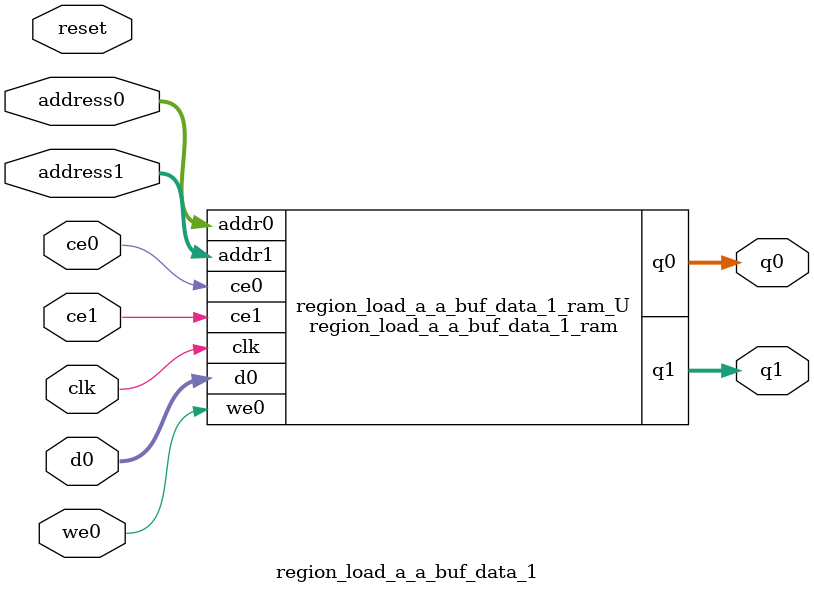
<source format=v>
`timescale 1 ns / 1 ps
module region_load_a_a_buf_data_1_ram (addr0, ce0, d0, we0, q0, addr1, ce1, q1,  clk);

parameter DWIDTH = 32;
parameter AWIDTH = 7;
parameter MEM_SIZE = 100;

input[AWIDTH-1:0] addr0;
input ce0;
input[DWIDTH-1:0] d0;
input we0;
output reg[DWIDTH-1:0] q0;
input[AWIDTH-1:0] addr1;
input ce1;
output reg[DWIDTH-1:0] q1;
input clk;

(* ram_style = "block" *)reg [DWIDTH-1:0] ram[0:MEM_SIZE-1];




always @(posedge clk)  
begin 
    if (ce0) begin
        if (we0) 
            ram[addr0] <= d0; 
        q0 <= ram[addr0];
    end
end


always @(posedge clk)  
begin 
    if (ce1) begin
        q1 <= ram[addr1];
    end
end


endmodule

`timescale 1 ns / 1 ps
module region_load_a_a_buf_data_1(
    reset,
    clk,
    address0,
    ce0,
    we0,
    d0,
    q0,
    address1,
    ce1,
    q1);

parameter DataWidth = 32'd32;
parameter AddressRange = 32'd100;
parameter AddressWidth = 32'd7;
input reset;
input clk;
input[AddressWidth - 1:0] address0;
input ce0;
input we0;
input[DataWidth - 1:0] d0;
output[DataWidth - 1:0] q0;
input[AddressWidth - 1:0] address1;
input ce1;
output[DataWidth - 1:0] q1;



region_load_a_a_buf_data_1_ram region_load_a_a_buf_data_1_ram_U(
    .clk( clk ),
    .addr0( address0 ),
    .ce0( ce0 ),
    .we0( we0 ),
    .d0( d0 ),
    .q0( q0 ),
    .addr1( address1 ),
    .ce1( ce1 ),
    .q1( q1 ));

endmodule


</source>
